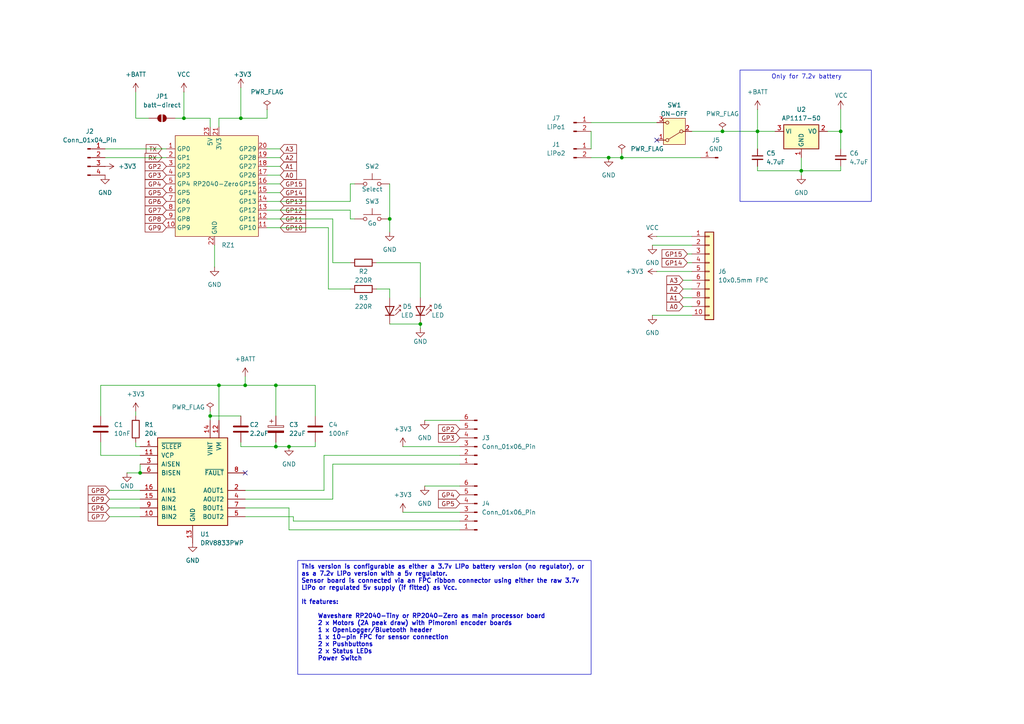
<source format=kicad_sch>
(kicad_sch (version 20250114) (generator "eeschema") (generator_version "9.0")
  (paper "A4")
  (lib_symbols
    (symbol "Connector:Conn_01x01_Pin" (pin_names (offset 1.016) (hide yes))
      (property "Reference" "J" (at 0 2.54 0))
      (property "Value" "Conn_01x01_Pin" (at 0 -2.54 0))
      (symbol "Conn_01x01_Pin_1_1"
        (rectangle (start 0.8636 0.127) (end 0 -0.127) (stroke (width 0.1524)) (fill (type outline)))
        (polyline (pts (xy 1.27 0) (xy 0.8636 0)) (stroke (width 0.1524)))
        (pin passive line (at 5.08 0 180) (length 3.81) (name "Pin_1") (number "1"))
      )
    )
    (symbol "Connector:Conn_01x02_Pin" (pin_names (offset 1.016) (hide yes))
      (property "Reference" "J" (at 0 2.54 0))
      (property "Value" "Conn_01x02_Pin" (at 0 -5.08 0))
      (symbol "Conn_01x02_Pin_1_1"
        (rectangle (start 0.8636 0.127) (end 0 -0.127) (stroke (width 0.1524)) (fill (type outline)))
        (rectangle (start 0.8636 -2.413) (end 0 -2.667) (stroke (width 0.1524)) (fill (type outline)))
        (polyline (pts (xy 1.27 0) (xy 0.8636 0)) (stroke (width 0.1524)))
        (polyline (pts (xy 1.27 -2.54) (xy 0.8636 -2.54)) (stroke (width 0.1524)))
        (pin passive line (at 5.08 0 180) (length 3.81) (name "Pin_1") (number "1"))
        (pin passive line (at 5.08 -2.54 180) (length 3.81) (name "Pin_2") (number "2"))
      )
    )
    (symbol "Connector:Conn_01x04_Pin" (pin_names (offset 1.016) (hide yes))
      (property "Reference" "J" (at 0 5.08 0))
      (property "Value" "Conn_01x04_Pin" (at 0 -7.62 0))
      (symbol "Conn_01x04_Pin_1_1"
        (rectangle (start 0.8636 2.667) (end 0 2.413) (stroke (width 0.1524)) (fill (type outline)))
        (rectangle (start 0.8636 0.127) (end 0 -0.127) (stroke (width 0.1524)) (fill (type outline)))
        (rectangle (start 0.8636 -2.413) (end 0 -2.667) (stroke (width 0.1524)) (fill (type outline)))
        (rectangle (start 0.8636 -4.953) (end 0 -5.207) (stroke (width 0.1524)) (fill (type outline)))
        (polyline (pts (xy 1.27 2.54) (xy 0.8636 2.54)) (stroke (width 0.1524)))
        (polyline (pts (xy 1.27 0) (xy 0.8636 0)) (stroke (width 0.1524)))
        (polyline (pts (xy 1.27 -2.54) (xy 0.8636 -2.54)) (stroke (width 0.1524)))
        (polyline (pts (xy 1.27 -5.08) (xy 0.8636 -5.08)) (stroke (width 0.1524)))
        (pin passive line (at 5.08 2.54 180) (length 3.81) (name "Pin_1") (number "1"))
        (pin passive line (at 5.08 0 180) (length 3.81) (name "Pin_2") (number "2"))
        (pin passive line (at 5.08 -2.54 180) (length 3.81) (name "Pin_3") (number "3"))
        (pin passive line (at 5.08 -5.08 180) (length 3.81) (name "Pin_4") (number "4"))
      )
    )
    (symbol "Connector:Conn_01x06_Pin" (pin_names (offset 1.016) (hide yes))
      (property "Reference" "J" (at 0 7.62 0))
      (property "Value" "Conn_01x06_Pin" (at 0 -10.16 0))
      (symbol "Conn_01x06_Pin_1_1"
        (rectangle (start 0.8636 5.207) (end 0 4.953) (stroke (width 0.1524)) (fill (type outline)))
        (rectangle (start 0.8636 2.667) (end 0 2.413) (stroke (width 0.1524)) (fill (type outline)))
        (rectangle (start 0.8636 0.127) (end 0 -0.127) (stroke (width 0.1524)) (fill (type outline)))
        (rectangle (start 0.8636 -2.413) (end 0 -2.667) (stroke (width 0.1524)) (fill (type outline)))
        (rectangle (start 0.8636 -4.953) (end 0 -5.207) (stroke (width 0.1524)) (fill (type outline)))
        (rectangle (start 0.8636 -7.493) (end 0 -7.747) (stroke (width 0.1524)) (fill (type outline)))
        (polyline (pts (xy 1.27 5.08) (xy 0.8636 5.08)) (stroke (width 0.1524)))
        (polyline (pts (xy 1.27 2.54) (xy 0.8636 2.54)) (stroke (width 0.1524)))
        (polyline (pts (xy 1.27 0) (xy 0.8636 0)) (stroke (width 0.1524)))
        (polyline (pts (xy 1.27 -2.54) (xy 0.8636 -2.54)) (stroke (width 0.1524)))
        (polyline (pts (xy 1.27 -5.08) (xy 0.8636 -5.08)) (stroke (width 0.1524)))
        (polyline (pts (xy 1.27 -7.62) (xy 0.8636 -7.62)) (stroke (width 0.1524)))
        (pin passive line (at 5.08 5.08 180) (length 3.81) (name "Pin_1") (number "1"))
        (pin passive line (at 5.08 2.54 180) (length 3.81) (name "Pin_2") (number "2"))
        (pin passive line (at 5.08 0 180) (length 3.81) (name "Pin_3") (number "3"))
        (pin passive line (at 5.08 -2.54 180) (length 3.81) (name "Pin_4") (number "4"))
        (pin passive line (at 5.08 -5.08 180) (length 3.81) (name "Pin_5") (number "5"))
        (pin passive line (at 5.08 -7.62 180) (length 3.81) (name "Pin_6") (number "6"))
      )
    )
    (symbol "Connector_Generic:Conn_01x10" (pin_names (offset 1.016) (hide yes))
      (property "Reference" "J" (at 0 12.7 0))
      (property "Value" "Conn_01x10" (at 0 -15.24 0))
      (symbol "Conn_01x10_1_1"
        (rectangle (start -1.27 11.43) (end 1.27 -13.97) (stroke (width 0.254)) (fill (type background)))
        (rectangle (start -1.27 10.287) (end 0 10.033) (stroke (width 0.1524)))
        (rectangle (start -1.27 7.747) (end 0 7.493) (stroke (width 0.1524)))
        (rectangle (start -1.27 5.207) (end 0 4.953) (stroke (width 0.1524)))
        (rectangle (start -1.27 2.667) (end 0 2.413) (stroke (width 0.1524)))
        (rectangle (start -1.27 0.127) (end 0 -0.127) (stroke (width 0.1524)))
        (rectangle (start -1.27 -2.413) (end 0 -2.667) (stroke (width 0.1524)))
        (rectangle (start -1.27 -4.953) (end 0 -5.207) (stroke (width 0.1524)))
        (rectangle (start -1.27 -7.493) (end 0 -7.747) (stroke (width 0.1524)))
        (rectangle (start -1.27 -10.033) (end 0 -10.287) (stroke (width 0.1524)))
        (rectangle (start -1.27 -12.573) (end 0 -12.827) (stroke (width 0.1524)))
        (pin passive line (at -5.08 10.16 0) (length 3.81) (name "Pin_1") (number "1"))
        (pin passive line (at -5.08 7.62 0) (length 3.81) (name "Pin_2") (number "2"))
        (pin passive line (at -5.08 5.08 0) (length 3.81) (name "Pin_3") (number "3"))
        (pin passive line (at -5.08 2.54 0) (length 3.81) (name "Pin_4") (number "4"))
        (pin passive line (at -5.08 0 0) (length 3.81) (name "Pin_5") (number "5"))
        (pin passive line (at -5.08 -2.54 0) (length 3.81) (name "Pin_6") (number "6"))
        (pin passive line (at -5.08 -5.08 0) (length 3.81) (name "Pin_7") (number "7"))
        (pin passive line (at -5.08 -7.62 0) (length 3.81) (name "Pin_8") (number "8"))
        (pin passive line (at -5.08 -10.16 0) (length 3.81) (name "Pin_9") (number "9"))
        (pin passive line (at -5.08 -12.7 0) (length 3.81) (name "Pin_10") (number "10"))
      )
    )
    (symbol "Device:C" (pin_numbers (hide yes)) (pin_names (offset 0.254))
      (property "Reference" "C" (at 0.635 2.54 0))
      (property "Value" "C" (at 0.635 -2.54 0))
      (symbol "C_0_1"
        (polyline (pts (xy -2.032 0.762) (xy 2.032 0.762)) (stroke (width 0.508)))
        (polyline (pts (xy -2.032 -0.762) (xy 2.032 -0.762)) (stroke (width 0.508)))
      )
      (symbol "C_1_1"
        (pin passive line (at 0 3.81 270) (length 2.794) (name "~") (number "1"))
        (pin passive line (at 0 -3.81 90) (length 2.794) (name "~") (number "2"))
      )
    )
    (symbol "Device:C_Polarized" (pin_numbers (hide yes)) (pin_names (offset 0.254))
      (property "Reference" "C" (at 0.635 2.54 0))
      (property "Value" "C_Polarized" (at 0.635 -2.54 0))
      (symbol "C_Polarized_0_1"
        (rectangle (start -2.286 0.508) (end 2.286 1.016))
        (polyline (pts (xy -1.778 2.286) (xy -0.762 2.286)))
        (polyline (pts (xy -1.27 2.794) (xy -1.27 1.778)))
        (rectangle (start 2.286 -0.508) (end -2.286 -1.016) (fill (type outline)))
      )
      (symbol "C_Polarized_1_1"
        (pin passive line (at 0 3.81 270) (length 2.794) (name "~") (number "1"))
        (pin passive line (at 0 -3.81 90) (length 2.794) (name "~") (number "2"))
      )
    )
    (symbol "Device:C_Small" (pin_numbers (hide yes)) (pin_names (offset 0.254) (hide yes))
      (property "Reference" "C" (at 0.254 1.778 0))
      (property "Value" "C_Small" (at 0.254 -2.032 0))
      (symbol "C_Small_0_1"
        (polyline (pts (xy -1.524 0.508) (xy 1.524 0.508)) (stroke (width 0.3048)))
        (polyline (pts (xy -1.524 -0.508) (xy 1.524 -0.508)) (stroke (width 0.3302)))
      )
      (symbol "C_Small_1_1"
        (pin passive line (at 0 2.54 270) (length 2.032) (name "~") (number "1"))
        (pin passive line (at 0 -2.54 90) (length 2.032) (name "~") (number "2"))
      )
    )
    (symbol "Device:R" (pin_numbers (hide yes)) (pin_names (offset 0))
      (property "Reference" "R" (at 2.032 0 90))
      (property "Value" "R" (at 0 0 90))
      (symbol "R_0_1"
        (rectangle (start -1.016 -2.54) (end 1.016 2.54) (stroke (width 0.254)))
      )
      (symbol "R_1_1"
        (pin passive line (at 0 3.81 270) (length 1.27) (name "~") (number "1"))
        (pin passive line (at 0 -3.81 90) (length 1.27) (name "~") (number "2"))
      )
    )
    (symbol "Driver_Motor:DRV8833PWP" (pin_names (offset 1.016))
      (property "Reference" "U" (at -3.81 16.51 0))
      (property "Value" "DRV8833PWP" (at -3.81 13.97 0))
      (symbol "DRV8833PWP_0_1"
        (rectangle (start -10.16 12.7) (end 10.16 -12.7) (stroke (width 0.254)) (fill (type background)))
      )
      (symbol "DRV8833PWP_1_1"
        (pin input line (at -15.24 10.16 0) (length 5.08) (name "~{SLEEP}") (number "1"))
        (pin bidirectional line (at -15.24 7.62 0) (length 5.08) (name "VCP") (number "11"))
        (pin bidirectional line (at -15.24 5.08 0) (length 5.08) (name "AISEN") (number "3"))
        (pin bidirectional line (at -15.24 2.54 0) (length 5.08) (name "BISEN") (number "6"))
        (pin input line (at -15.24 -2.54 0) (length 5.08) (name "AIN1") (number "16"))
        (pin input line (at -15.24 -5.08 0) (length 5.08) (name "AIN2") (number "15"))
        (pin input line (at -15.24 -7.62 0) (length 5.08) (name "BIN1") (number "9"))
        (pin input line (at -15.24 -10.16 0) (length 5.08) (name "BIN2") (number "10"))
        (pin power_in line (at 0 -17.78 90) (length 5.08) (name "GND") (number "13"))
        (pin passive line (at 0 -17.78 90) (length 5.08) (hide yes) (name "GND") (number "17"))
        (pin power_in line (at 5.08 17.78 270) (length 5.08) (name "VINT") (number "14"))
        (pin power_in line (at 7.62 17.78 270) (length 5.08) (name "VM") (number "12"))
        (pin open_collector line (at 15.24 2.54 180) (length 5.08) (name "~{FAULT}") (number "8"))
        (pin power_out line (at 15.24 -2.54 180) (length 5.08) (name "AOUT1") (number "2"))
        (pin power_out line (at 15.24 -5.08 180) (length 5.08) (name "AOUT2") (number "4"))
        (pin power_out line (at 15.24 -7.62 180) (length 5.08) (name "BOUT1") (number "7"))
        (pin power_out line (at 15.24 -10.16 180) (length 5.08) (name "BOUT2") (number "5"))
      )
    )
    (symbol "Jumper:SolderJumper_2_Open" (pin_numbers (hide yes)) (pin_names (offset 0) (hide yes)) (in_bom no)
      (property "Reference" "JP" (at 0 2.032 0))
      (property "Value" "SolderJumper_2_Open" (at 0 -2.54 0))
      (symbol "SolderJumper_2_Open_0_1"
        (polyline (pts (xy -0.254 1.016) (xy -0.254 -1.016)))
        (arc (start -0.254 -1.016) (mid -1.2656 0) (end -0.254 1.016))
        (arc (start -0.254 -1.016) (mid -1.2656 0) (end -0.254 1.016) (fill (type outline)))
        (arc (start 0.254 1.016) (mid 1.2656 0) (end 0.254 -1.016))
        (arc (start 0.254 1.016) (mid 1.2656 0) (end 0.254 -1.016) (fill (type outline)))
        (polyline (pts (xy 0.254 1.016) (xy 0.254 -1.016)))
      )
      (symbol "SolderJumper_2_Open_1_1"
        (pin passive line (at -3.81 0 0) (length 2.54) (name "A") (number "1"))
        (pin passive line (at 3.81 0 180) (length 2.54) (name "B") (number "2"))
      )
    )
    (symbol "LED:SFH4346" (pin_numbers (hide yes)) (pin_names (offset 1.016) (hide yes))
      (property "Reference" "D" (at 0.508 1.778 0))
      (property "Value" "SFH4346" (at -1.016 -2.794 0))
      (symbol "SFH4346_0_1"
        (polyline (pts (xy -2.54 1.27) (xy -2.54 -1.27)) (stroke (width 0.254)))
        (polyline (pts (xy -2.413 1.651) (xy -0.889 3.175) (xy -0.889 2.667) (xy -0.889 3.175) (xy -1.397 3.175)))
        (polyline (pts (xy -1.143 1.651) (xy 0.381 3.175) (xy 0.381 2.667)))
        (polyline (pts (xy 0 1.27) (xy -2.54 0) (xy 0 -1.27) (xy 0 1.27)) (stroke (width 0.254)))
        (polyline (pts (xy 0 0) (xy -2.54 0)))
        (polyline (pts (xy 0.381 3.175) (xy -0.127 3.175)))
      )
      (symbol "SFH4346_1_1"
        (pin passive line (at -5.08 0 0) (length 2.54) (name "K") (number "1"))
        (pin passive line (at 2.54 0 180) (length 2.54) (name "A") (number "2"))
      )
    )
    (symbol "Regulator_Linear:AP1117-50"
      (property "Reference" "U" (at -3.81 3.175 0))
      (property "Value" "AP1117-50" (at 0 3.175 0))
      (symbol "AP1117-50_0_1"
        (rectangle (start -5.08 -5.08) (end 5.08 1.905) (stroke (width 0.254)) (fill (type background)))
      )
      (symbol "AP1117-50_1_1"
        (pin power_in line (at -7.62 0 0) (length 2.54) (name "VI") (number "3"))
        (pin power_in line (at 0 -7.62 90) (length 2.54) (name "GND") (number "1"))
        (pin power_out line (at 7.62 0 180) (length 2.54) (name "VO") (number "2"))
      )
    )
    (symbol "Switch:SW_Push" (pin_numbers (hide yes)) (pin_names (offset 1.016) (hide yes))
      (property "Reference" "SW" (at 1.27 2.54 0))
      (property "Value" "SW_Push" (at 0 -1.524 0))
      (symbol "SW_Push_0_1"
        (circle (center -2.032 0) (radius 0.508))
        (polyline (pts (xy 0 1.27) (xy 0 3.048)))
        (circle (center 2.032 0) (radius 0.508))
        (polyline (pts (xy 2.54 1.27) (xy -2.54 1.27)))
        (pin passive line (at -5.08 0 0) (length 2.54) (name "1") (number "1"))
        (pin passive line (at 5.08 0 180) (length 2.54) (name "2") (number "2"))
      )
    )
    (symbol "Switch:SW_SPDT" (pin_names (offset 0) (hide yes))
      (property "Reference" "SW" (at 0 5.08 0))
      (property "Value" "SW_SPDT" (at 0 -5.08 0))
      (symbol "SW_SPDT_0_1"
        (circle (center -2.032 0) (radius 0.4572))
        (polyline (pts (xy -1.651 0.254) (xy 1.651 2.286)))
        (circle (center 2.032 2.54) (radius 0.4572))
        (circle (center 2.032 -2.54) (radius 0.4572))
      )
      (symbol "SW_SPDT_1_1"
        (rectangle (start -3.175 3.81) (end 3.175 -3.81) (fill (type background)))
        (pin passive line (at -5.08 0 0) (length 2.54) (name "B") (number "2"))
        (pin passive line (at 5.08 2.54 180) (length 2.54) (name "A") (number "1"))
        (pin passive line (at 5.08 -2.54 180) (length 2.54) (name "C") (number "3"))
      )
    )
    (symbol "power:+3.3V" (power) (pin_numbers (hide yes)) (pin_names (offset 0) (hide yes))
      (property "Value" "+3.3V" (at 0 3.556 0))
      (symbol "+3.3V_0_1"
        (polyline (pts (xy -0.762 1.27) (xy 0 2.54)))
        (polyline (pts (xy 0 2.54) (xy 0.762 1.27)))
        (polyline (pts (xy 0 0) (xy 0 2.54)))
      )
      (symbol "+3.3V_1_1"
        (pin power_in line (at 0 0 90) (length 0) (name "~") (number "1"))
      )
    )
    (symbol "power:+3V3" (power) (pin_numbers (hide yes)) (pin_names (offset 0) (hide yes))
      (property "Value" "+3V3" (at 0 3.556 0))
      (symbol "+3V3_0_1"
        (polyline (pts (xy -0.762 1.27) (xy 0 2.54)))
        (polyline (pts (xy 0 2.54) (xy 0.762 1.27)))
        (polyline (pts (xy 0 0) (xy 0 2.54)))
      )
      (symbol "+3V3_1_1"
        (pin power_in line (at 0 0 90) (length 0) (name "~") (number "1"))
      )
    )
    (symbol "power:+BATT" (power) (pin_numbers (hide yes)) (pin_names (offset 0) (hide yes))
      (property "Value" "+BATT" (at 0 3.556 0))
      (symbol "+BATT_0_1"
        (polyline (pts (xy -0.762 1.27) (xy 0 2.54)))
        (polyline (pts (xy 0 2.54) (xy 0.762 1.27)))
        (polyline (pts (xy 0 0) (xy 0 2.54)))
      )
      (symbol "+BATT_1_1"
        (pin power_in line (at 0 0 90) (length 0) (name "~") (number "1"))
      )
    )
    (symbol "power:GND" (power) (pin_numbers (hide yes)) (pin_names (offset 0) (hide yes))
      (property "Value" "GND" (at 0 -3.81 0))
      (symbol "GND_0_1"
        (polyline (pts (xy 0 0) (xy 0 -1.27) (xy 1.27 -1.27) (xy 0 -2.54) (xy -1.27 -1.27) (xy 0 -1.27)))
      )
      (symbol "GND_1_1"
        (pin power_in line (at 0 0 270) (length 0) (name "~") (number "1"))
      )
    )
    (symbol "power:PWR_FLAG" (power) (pin_numbers (hide yes)) (pin_names (offset 0) (hide yes))
      (property "Value" "PWR_FLAG" (at 0 3.81 0))
      (symbol "PWR_FLAG_0_0"
        (pin power_out line (at 0 0 90) (length 0) (name "~") (number "1"))
      )
      (symbol "PWR_FLAG_0_1"
        (polyline (pts (xy 0 0) (xy 0 1.27) (xy -1.016 1.905) (xy 0 2.54) (xy 1.016 1.905) (xy 0 1.27)))
      )
    )
    (symbol "power:VCC" (power) (pin_numbers (hide yes)) (pin_names (offset 0) (hide yes))
      (property "Value" "VCC" (at 0 3.556 0))
      (symbol "VCC_0_1"
        (polyline (pts (xy -0.762 1.27) (xy 0 2.54)))
        (polyline (pts (xy 0 2.54) (xy 0.762 1.27)))
        (polyline (pts (xy 0 0) (xy 0 2.54)))
      )
      (symbol "VCC_1_1"
        (pin power_in line (at 0 0 90) (length 0) (name "~") (number "1"))
      )
    )
    (symbol "rp2040-zero:RP2040-Zero"
      (property "Reference" "RZ" (at 0 0 0))
      (property "Value" "RP2040-Zero" (at 0 -2.54 0))
      (property "Footprint" "RP2040-Zero:RP2040-Zero" (at 0 0 0))
      (symbol "RP2040-Zero_0_1"
        (rectangle (start -11.43 -15.24) (end 12.7 13.97) (fill (type background)))
      )
      (symbol "RP2040-Zero_1_1"
        (pin bidirectional line (at -13.97 10.16 0) (length 2.54) (name "GP0") (number "1"))
        (pin bidirectional line (at -13.97 7.62 0) (length 2.54) (name "GP1") (number "2"))
        (pin bidirectional line (at -13.97 5.08 0) (length 2.54) (name "GP2") (number "3"))
        (pin bidirectional line (at -13.97 2.54 0) (length 2.54) (name "GP3") (number "4"))
        (pin bidirectional line (at -13.97 0 0) (length 2.54) (name "GP4") (number "5"))
        (pin bidirectional line (at -13.97 -2.54 0) (length 2.54) (name "GP5") (number "6"))
        (pin bidirectional line (at -13.97 -5.08 0) (length 2.54) (name "GP6") (number "7"))
        (pin bidirectional line (at -13.97 -7.62 0) (length 2.54) (name "GP7") (number "8"))
        (pin bidirectional line (at -13.97 -10.16 0) (length 2.54) (name "GP8") (number "9"))
        (pin bidirectional line (at -13.97 -12.7 0) (length 2.54) (name "GP9") (number "10"))
        (pin power_in line (at -1.27 16.51 270) (length 2.54) (name "5V") (number "23"))
        (pin power_in line (at 0 -17.78 90) (length 2.54) (name "GND") (number "22"))
        (pin power_in line (at 1.27 16.51 270) (length 2.54) (name "3V3") (number "21"))
        (pin bidirectional line (at 15.24 10.16 180) (length 2.54) (name "GP29") (number "20"))
        (pin bidirectional line (at 15.24 7.62 180) (length 2.54) (name "GP28") (number "19"))
        (pin bidirectional line (at 15.24 5.08 180) (length 2.54) (name "GP27") (number "18"))
        (pin bidirectional line (at 15.24 2.54 180) (length 2.54) (name "GP26") (number "17"))
        (pin bidirectional line (at 15.24 0 180) (length 2.54) (name "GP15") (number "16"))
        (pin bidirectional line (at 15.24 -2.54 180) (length 2.54) (name "GP14") (number "15"))
        (pin bidirectional line (at 15.24 -5.08 180) (length 2.54) (name "GP13") (number "14"))
        (pin bidirectional line (at 15.24 -7.62 180) (length 2.54) (name "GP12") (number "13"))
        (pin bidirectional line (at 15.24 -10.16 180) (length 2.54) (name "GP11") (number "12"))
        (pin bidirectional line (at 15.24 -12.7 180) (length 2.54) (name "GP10") (number "11"))
      )
    )
  )
  (rectangle (start 214.63 20.32) (end 252.73 58.42))
  (text "Only for 7.2v battery" (at 233.934 22.352 0) (effects (font (size 1.27 1.27))))
  (text_box "This version is configurable as either a 3.7v LiPo battery version (no regulator), or\nas a 7.2v LiPo version with a 5v regulator. \nSensor board is connected via an FPC ribbon connector using either the raw 3.7v LiPo or regulated 5v supply (if fitted) as Vcc.\n\nIt features: \n\n	Waveshare RP2040-Tiny or RP2040-Zero as main processor board\n	2 x Motors (2A peak draw) with Pimoroni encoder boards \n	1 x OpenLogger/Bluetooth header\n	1 x 10-pin FPC for sensor connection\n	2 x Pushbuttons\n	2 x Status LEDs\n	Power Switch" (exclude_from_sim yes) (at 86.36 162.56 0) (size 85.09 33.02) (margins 0.9525 0.9525 0.9525 0.9525) (effects (font (size 1.27 1.27) (thickness 0.254) (bold yes)) (justify left top)))
  (junction (at 176.53 45.72))
  (junction (at 53.34 34.29))
  (junction (at 80.01 111.76))
  (junction (at 219.71 38.1))
  (junction (at 80.01 129.54))
  (junction (at 113.03 63.5))
  (junction (at 121.92 93.98))
  (junction (at 71.12 111.76))
  (junction (at 232.41 49.53))
  (junction (at 209.55 38.1))
  (junction (at 243.84 38.1))
  (junction (at 69.85 34.29))
  (junction (at 83.82 129.54))
  (junction (at 63.5 111.76))
  (junction (at 60.96 120.65))
  (junction (at 180.34 45.72))
  (junction (at 40.64 137.16))
  (no_connect (at 190.5 40.64))
  (no_connect (at 71.12 137.16))
  (wire (pts (xy 189.23 71.12) (xy 200.66 71.12)))
  (wire (pts (xy 39.37 26.67) (xy 39.37 34.29)))
  (wire (pts (xy 95.25 66.04) (xy 95.25 83.82)))
  (wire (pts (xy 93.98 142.24) (xy 71.12 142.24)))
  (wire (pts (xy 63.5 111.76) (xy 63.5 121.92)))
  (wire (pts (xy 190.5 68.58) (xy 200.66 68.58)))
  (wire (pts (xy 77.47 34.29) (xy 69.85 34.29)))
  (wire (pts (xy 113.03 53.34) (xy 113.03 63.5)))
  (wire (pts (xy 39.37 119.38) (xy 39.37 120.65)))
  (wire (pts (xy 77.47 55.88) (xy 81.28 55.88)))
  (wire (pts (xy 96.52 144.78) (xy 96.52 134.62)))
  (wire (pts (xy 219.71 31.75) (xy 219.71 38.1)))
  (wire (pts (xy 83.82 129.54) (xy 91.44 129.54)))
  (wire (pts (xy 243.84 31.75) (xy 243.84 38.1)))
  (wire (pts (xy 29.21 132.08) (xy 40.64 132.08)))
  (wire (pts (xy 39.37 34.29) (xy 43.18 34.29)))
  (wire (pts (xy 80.01 129.54) (xy 83.82 129.54)))
  (wire (pts (xy 199.39 76.2) (xy 200.66 76.2)))
  (wire (pts (xy 232.41 49.53) (xy 243.84 49.53)))
  (wire (pts (xy 232.41 50.8) (xy 232.41 49.53)))
  (wire (pts (xy 123.19 140.97) (xy 133.35 140.97)))
  (wire (pts (xy 80.01 111.76) (xy 91.44 111.76)))
  (wire (pts (xy 62.23 77.47) (xy 62.23 71.12)))
  (wire (pts (xy 171.45 35.56) (xy 190.5 35.56)))
  (wire (pts (xy 101.6 63.5) (xy 101.6 60.96)))
  (wire (pts (xy 60.96 120.65) (xy 69.85 120.65)))
  (wire (pts (xy 71.12 111.76) (xy 80.01 111.76)))
  (wire (pts (xy 243.84 48.26) (xy 243.84 49.53)))
  (wire (pts (xy 93.98 132.08) (xy 93.98 142.24)))
  (wire (pts (xy 209.55 38.1) (xy 219.71 38.1)))
  (wire (pts (xy 199.39 73.66) (xy 200.66 73.66)))
  (wire (pts (xy 69.85 25.4) (xy 69.85 34.29)))
  (wire (pts (xy 69.85 128.27) (xy 69.85 129.54)))
  (wire (pts (xy 198.12 88.9) (xy 200.66 88.9)))
  (wire (pts (xy 101.6 60.96) (xy 77.47 60.96)))
  (wire (pts (xy 219.71 38.1) (xy 219.71 43.18)))
  (wire (pts (xy 95.25 66.04) (xy 77.47 66.04)))
  (wire (pts (xy 113.03 93.98) (xy 121.92 93.98)))
  (wire (pts (xy 60.96 119.38) (xy 60.96 120.65)))
  (wire (pts (xy 29.21 128.27) (xy 29.21 132.08)))
  (wire (pts (xy 101.6 53.34) (xy 101.6 58.42)))
  (wire (pts (xy 113.03 63.5) (xy 113.03 67.31)))
  (wire (pts (xy 71.12 109.22) (xy 71.12 111.76)))
  (wire (pts (xy 176.53 45.72) (xy 180.34 45.72)))
  (wire (pts (xy 83.82 147.32) (xy 83.82 153.67)))
  (wire (pts (xy 109.22 83.82) (xy 113.03 83.82)))
  (wire (pts (xy 80.01 111.76) (xy 80.01 120.65)))
  (wire (pts (xy 198.12 86.36) (xy 200.66 86.36)))
  (wire (pts (xy 30.48 43.18) (xy 48.26 43.18)))
  (wire (pts (xy 91.44 111.76) (xy 91.44 120.65)))
  (wire (pts (xy 121.92 93.98) (xy 121.92 95.25)))
  (wire (pts (xy 63.5 111.76) (xy 71.12 111.76)))
  (wire (pts (xy 80.01 128.27) (xy 80.01 129.54)))
  (wire (pts (xy 77.47 31.75) (xy 77.47 34.29)))
  (wire (pts (xy 30.48 45.72) (xy 48.26 45.72)))
  (wire (pts (xy 116.84 129.54) (xy 133.35 129.54)))
  (wire (pts (xy 53.34 34.29) (xy 60.96 34.29)))
  (wire (pts (xy 71.12 147.32) (xy 83.82 147.32)))
  (wire (pts (xy 96.52 63.5) (xy 96.52 76.2)))
  (wire (pts (xy 50.8 34.29) (xy 53.34 34.29)))
  (wire (pts (xy 190.5 78.74) (xy 200.66 78.74)))
  (wire (pts (xy 29.21 111.76) (xy 63.5 111.76)))
  (wire (pts (xy 101.6 58.42) (xy 77.47 58.42)))
  (wire (pts (xy 77.47 45.72) (xy 81.28 45.72)))
  (wire (pts (xy 95.25 83.82) (xy 101.6 83.82)))
  (wire (pts (xy 60.96 34.29) (xy 60.96 36.83)))
  (wire (pts (xy 36.83 137.16) (xy 40.64 137.16)))
  (wire (pts (xy 69.85 34.29) (xy 63.5 34.29)))
  (wire (pts (xy 60.96 120.65) (xy 60.96 121.92)))
  (wire (pts (xy 85.09 151.13) (xy 133.35 151.13)))
  (wire (pts (xy 77.47 43.18) (xy 81.28 43.18)))
  (wire (pts (xy 198.12 83.82) (xy 200.66 83.82)))
  (wire (pts (xy 93.98 132.08) (xy 133.35 132.08)))
  (wire (pts (xy 63.5 34.29) (xy 63.5 36.83)))
  (wire (pts (xy 116.84 148.59) (xy 133.35 148.59)))
  (wire (pts (xy 198.12 81.28) (xy 200.66 81.28)))
  (wire (pts (xy 113.03 83.82) (xy 113.03 86.36)))
  (wire (pts (xy 77.47 50.8) (xy 81.28 50.8)))
  (wire (pts (xy 31.75 142.24) (xy 40.64 142.24)))
  (wire (pts (xy 123.19 121.92) (xy 133.35 121.92)))
  (wire (pts (xy 96.52 76.2) (xy 101.6 76.2)))
  (wire (pts (xy 171.45 38.1) (xy 171.45 43.18)))
  (wire (pts (xy 69.85 129.54) (xy 80.01 129.54)))
  (wire (pts (xy 219.71 49.53) (xy 232.41 49.53)))
  (wire (pts (xy 77.47 48.26) (xy 81.28 48.26)))
  (wire (pts (xy 240.03 38.1) (xy 243.84 38.1)))
  (wire (pts (xy 31.75 144.78) (xy 40.64 144.78)))
  (wire (pts (xy 101.6 63.5) (xy 102.87 63.5)))
  (wire (pts (xy 101.6 53.34) (xy 102.87 53.34)))
  (wire (pts (xy 39.37 129.54) (xy 40.64 129.54)))
  (wire (pts (xy 85.09 151.13) (xy 85.09 149.86)))
  (wire (pts (xy 29.21 120.65) (xy 29.21 111.76)))
  (wire (pts (xy 180.34 45.72) (xy 180.34 44.45)))
  (wire (pts (xy 83.82 153.67) (xy 133.35 153.67)))
  (wire (pts (xy 219.71 38.1) (xy 224.79 38.1)))
  (wire (pts (xy 53.34 26.67) (xy 53.34 34.29)))
  (wire (pts (xy 40.64 134.62) (xy 40.64 137.16)))
  (wire (pts (xy 71.12 144.78) (xy 96.52 144.78)))
  (wire (pts (xy 39.37 128.27) (xy 39.37 129.54)))
  (wire (pts (xy 176.53 45.72) (xy 171.45 45.72)))
  (wire (pts (xy 31.75 149.86) (xy 40.64 149.86)))
  (wire (pts (xy 91.44 129.54) (xy 91.44 128.27)))
  (wire (pts (xy 96.52 63.5) (xy 77.47 63.5)))
  (wire (pts (xy 243.84 38.1) (xy 243.84 43.18)))
  (wire (pts (xy 96.52 134.62) (xy 133.35 134.62)))
  (wire (pts (xy 189.23 91.44) (xy 200.66 91.44)))
  (wire (pts (xy 85.09 149.86) (xy 71.12 149.86)))
  (wire (pts (xy 219.71 48.26) (xy 219.71 49.53)))
  (wire (pts (xy 180.34 45.72) (xy 203.2 45.72)))
  (wire (pts (xy 77.47 53.34) (xy 81.28 53.34)))
  (wire (pts (xy 109.22 76.2) (xy 121.92 76.2)))
  (wire (pts (xy 200.66 38.1) (xy 209.55 38.1)))
  (wire (pts (xy 121.92 76.2) (xy 121.92 86.36)))
  (wire (pts (xy 31.75 147.32) (xy 40.64 147.32)))
  (wire (pts (xy 232.41 45.72) (xy 232.41 49.53)))
  (global_label "GP5" (shape input) (at 133.35 146.05 180) (property "Intersheetrefs" "${INTERSHEET_REFS}" (effects (hide yes))))
  (global_label "GP5" (shape input) (at 48.26 55.88 180) (property "Intersheetrefs" "${INTERSHEET_REFS}" (effects (hide yes))))
  (global_label "GP6" (shape input) (at 48.26 58.42 180) (property "Intersheetrefs" "${INTERSHEET_REFS}" (effects (hide yes))))
  (global_label "GP4" (shape input) (at 48.26 53.34 180) (property "Intersheetrefs" "${INTERSHEET_REFS}" (effects (hide yes))))
  (global_label "RX" (shape input) (at 46.99 45.72 180) (property "Intersheetrefs" "${INTERSHEET_REFS}" (effects (hide yes))))
  (global_label "A2" (shape input) (at 81.28 45.72 0) (property "Intersheetrefs" "${INTERSHEET_REFS}" (effects (hide yes))))
  (global_label "A0" (shape input) (at 81.28 50.8 0) (property "Intersheetrefs" "${INTERSHEET_REFS}" (effects (hide yes))))
  (global_label "GP15" (shape input) (at 81.28 53.34 0) (property "Intersheetrefs" "${INTERSHEET_REFS}" (effects (hide yes))))
  (global_label "GP11" (shape input) (at 81.28 63.5 0) (property "Intersheetrefs" "${INTERSHEET_REFS}" (effects (hide yes))))
  (global_label "A2" (shape input) (at 198.12 83.82 180) (property "Intersheetrefs" "${INTERSHEET_REFS}" (effects (hide yes))))
  (global_label "A1" (shape input) (at 198.12 86.36 180) (property "Intersheetrefs" "${INTERSHEET_REFS}" (effects (hide yes))))
  (global_label "GP2" (shape input) (at 133.35 124.46 180) (property "Intersheetrefs" "${INTERSHEET_REFS}" (effects (hide yes))))
  (global_label "GP2" (shape input) (at 48.26 48.26 180) (property "Intersheetrefs" "${INTERSHEET_REFS}" (effects (hide yes))))
  (global_label "GP14" (shape input) (at 81.28 55.88 0) (property "Intersheetrefs" "${INTERSHEET_REFS}" (effects (hide yes))))
  (global_label "GP9" (shape input) (at 31.75 144.78 180) (property "Intersheetrefs" "${INTERSHEET_REFS}" (effects (hide yes))))
  (global_label "GP3" (shape input) (at 133.35 127 180) (property "Intersheetrefs" "${INTERSHEET_REFS}" (effects (hide yes))))
  (global_label "GP9" (shape input) (at 48.26 66.04 180) (property "Intersheetrefs" "${INTERSHEET_REFS}" (effects (hide yes))))
  (global_label "TX" (shape input) (at 46.99 43.18 180) (property "Intersheetrefs" "${INTERSHEET_REFS}" (effects (hide yes))))
  (global_label "A3" (shape input) (at 81.28 43.18 0) (property "Intersheetrefs" "${INTERSHEET_REFS}" (effects (hide yes))))
  (global_label "GP12" (shape input) (at 81.28 60.96 0) (property "Intersheetrefs" "${INTERSHEET_REFS}" (effects (hide yes))))
  (global_label "A1" (shape input) (at 81.28 48.26 0) (property "Intersheetrefs" "${INTERSHEET_REFS}" (effects (hide yes))))
  (global_label "GP13" (shape input) (at 81.28 58.42 0) (property "Intersheetrefs" "${INTERSHEET_REFS}" (effects (hide yes))))
  (global_label "GP7" (shape input) (at 48.26 60.96 180) (property "Intersheetrefs" "${INTERSHEET_REFS}" (effects (hide yes))))
  (global_label "GP6" (shape input) (at 31.75 147.32 180) (property "Intersheetrefs" "${INTERSHEET_REFS}" (effects (hide yes))))
  (global_label "GP7" (shape input) (at 31.75 149.86 180) (property "Intersheetrefs" "${INTERSHEET_REFS}" (effects (hide yes))))
  (global_label "GP10" (shape input) (at 81.28 66.04 0) (property "Intersheetrefs" "${INTERSHEET_REFS}" (effects (hide yes))))
  (global_label "GP8" (shape input) (at 48.26 63.5 180) (property "Intersheetrefs" "${INTERSHEET_REFS}" (effects (hide yes))))
  (global_label "A0" (shape input) (at 198.12 88.9 180) (property "Intersheetrefs" "${INTERSHEET_REFS}" (effects (hide yes))))
  (global_label "GP8" (shape input) (at 31.75 142.24 180) (property "Intersheetrefs" "${INTERSHEET_REFS}" (effects (hide yes))))
  (global_label "GP15" (shape input) (at 199.39 73.66 180) (property "Intersheetrefs" "${INTERSHEET_REFS}" (effects (hide yes))))
  (global_label "GP14" (shape input) (at 199.39 76.2 180) (property "Intersheetrefs" "${INTERSHEET_REFS}" (effects (hide yes))))
  (global_label "GP4" (shape input) (at 133.35 143.51 180) (property "Intersheetrefs" "${INTERSHEET_REFS}" (effects (hide yes))))
  (global_label "GP3" (shape input) (at 48.26 50.8 180) (property "Intersheetrefs" "${INTERSHEET_REFS}" (effects (hide yes))))
  (global_label "A3" (shape input) (at 198.12 81.28 180) (property "Intersheetrefs" "${INTERSHEET_REFS}" (effects (hide yes))))
  (symbol (lib_id "Switch:SW_Push") (at 107.95 53.34 0) (unit 1)
    (property "Reference" "SW2" (at 107.95 48.26 0))
    (property "Value" "Select" (at 107.95 54.864 0))
    (property "Footprint" "Button_Switch_SMD:SW_SPST_CK_RS282G05A3" (effects (hide yes)))
    (property "Description" "Push button switch, generic, two pins" (effects (hide yes)))
  )
  (symbol (lib_id "power:GND") (at 189.23 91.44 0) (unit 1)
    (property "Reference" "#PWR026" (effects (hide yes)))
    (property "Value" "GND" (at 189.23 96.52 0))
    (property "Description" "Power symbol creates a global label with name \"GND\" , ground" (effects (hide yes)))
  )
  (symbol (lib_id "Driver_Motor:DRV8833PWP") (at 55.88 139.7 0) (unit 1)
    (property "Reference" "U1" (at 58.0741 154.94 0) (effects (justify left)))
    (property "Value" "DRV8833PWP" (at 58.0741 157.48 0) (effects (justify left)))
    (property "Footprint" "MyMotorDrivers:HTSSOP-16-1EP_4.4x5mm_P0.65mm_EP3.4x5mm_Mask2.46x2.31mm_ThermalVias_Large" (effects (hide yes)))
    (property "Datasheet" "http://www.ti.com/lit/ds/symlink/drv8833.pdf" (effects (hide yes)))
    (property "Description" "Dual H-Bridge Motor Driver, HTSSOP-16" (effects (hide yes)))
  )
  (symbol (lib_id "power:GND") (at 83.82 129.54 0) (unit 1)
    (property "Reference" "#PWR05" (effects (hide yes)))
    (property "Value" "GND" (at 83.82 134.62 0))
    (property "Description" "Power symbol creates a global label with name \"GND\" , ground" (effects (hide yes)))
  )
  (symbol (lib_id "power:VCC") (at 53.34 26.67 0) (unit 1)
    (property "Reference" "#PWR011" (effects (hide yes)))
    (property "Value" "VCC" (at 53.34 21.59 0))
    (property "Description" "Power symbol creates a global label with name \"VCC\"" (effects (hide yes)))
  )
  (symbol (lib_id "power:GND") (at 55.88 157.48 0) (unit 1)
    (property "Reference" "#PWR03" (effects (hide yes)))
    (property "Value" "GND" (at 55.88 162.56 0))
    (property "Description" "Power symbol creates a global label with name \"GND\" , ground" (effects (hide yes)))
  )
  (symbol (lib_id "LED:SFH4346") (at 121.92 88.9 270) (mirror x) (unit 1)
    (property "Reference" "D6" (at 127 88.9 90))
    (property "Value" "LED" (at 127 91.44 90))
    (property "Footprint" "LED_SMD:LED_1206_3216Metric" (effects (hide yes)))
    (property "Datasheet" "http://cdn-reichelt.de/documents/datenblatt/A500/SFH4346.pdf" (effects (hide yes)))
    (property "Description" "Infrared LED , 3mm LED package" (effects (hide yes)))
  )
  (symbol (lib_id "power:+3V3") (at 116.84 129.54 0) (unit 1)
    (property "Reference" "#PWR012" (effects (hide yes)))
    (property "Value" "+3V3" (at 116.84 124.46 0))
    (property "Description" "Power symbol creates a global label with name \"+3V3\"" (effects (hide yes)))
  )
  (symbol (lib_id "Connector:Conn_01x01_Pin") (at 208.28 45.72 180) (unit 1)
    (property "Reference" "J5" (at 207.645 40.64 0))
    (property "Value" "GND" (at 207.645 43.18 0))
    (property "Footprint" "Connector_PinHeader_2.54mm:PinHeader_1x01_P2.54mm_Vertical" (effects (hide yes)))
    (property "Description" "Generic connector, single row, 01x01, script generated" (effects (hide yes)))
  )
  (symbol (lib_id "power:GND") (at 113.03 67.31 0) (unit 1)
    (property "Reference" "#PWR023" (effects (hide yes)))
    (property "Value" "GND" (at 113.03 72.39 0))
    (property "Description" "Power symbol creates a global label with name \"GND\" , ground" (effects (hide yes)))
  )
  (symbol (lib_id "power:+BATT") (at 190.5 68.58 90) (unit 1)
    (property "Reference" "#PWR021" (effects (hide yes)))
    (property "Value" "VCC" (at 189.23 66.04 90))
    (property "Description" "Power symbol creates a global label with name \"+BATT\"" (effects (hide yes)))
  )
  (symbol (lib_id "power:GND") (at 30.48 50.8 0) (unit 1)
    (property "Reference" "#PWR07" (effects (hide yes)))
    (property "Value" "GND" (at 30.48 55.88 0))
    (property "Description" "Power symbol creates a global label with name \"GND\" , ground" (effects (hide yes)))
  )
  (symbol (lib_id "Device:C") (at 91.44 124.46 0) (unit 1)
    (property "Reference" "C4" (at 95.25 123.1899 0) (effects (justify left)))
    (property "Value" "100nF" (at 95.25 125.7299 0) (effects (justify left)))
    (property "Footprint" "Capacitor_SMD:C_0805_2012Metric" (effects (hide yes)))
    (property "Description" "Unpolarized capacitor" (effects (hide yes)))
  )
  (symbol (lib_id "power:GND") (at 36.83 137.16 0) (unit 1)
    (property "Reference" "#PWR01" (effects (hide yes)))
    (property "Value" "GND" (at 36.83 140.97 0))
    (property "Description" "Power symbol creates a global label with name \"GND\" , ground" (effects (hide yes)))
  )
  (symbol (lib_id "Switch:SW_SPDT") (at 195.58 38.1 180) (unit 1)
    (property "Reference" "SW1" (at 195.58 30.48 0))
    (property "Value" "ON-OFF" (at 195.58 33.02 0))
    (property "Footprint" "MyPassives:SW_SPDT_PCM12_VERT" (effects (hide yes)))
    (property "Description" "Switch, single pole double throw" (effects (hide yes)))
  )
  (symbol (lib_id "LED:SFH4346") (at 113.03 88.9 270) (mirror x) (unit 1)
    (property "Reference" "D5" (at 118.11 88.9 90))
    (property "Value" "LED" (at 118.11 91.44 90))
    (property "Footprint" "LED_SMD:LED_1206_3216Metric" (effects (hide yes)))
    (property "Datasheet" "http://cdn-reichelt.de/documents/datenblatt/A500/SFH4346.pdf" (effects (hide yes)))
    (property "Description" "Infrared LED , 3mm LED package" (effects (hide yes)))
  )
  (symbol (lib_id "power:+3V3") (at 39.37 119.38 0) (unit 1)
    (property "Reference" "#PWR02" (effects (hide yes)))
    (property "Value" "+3V3" (at 39.37 114.3 0))
    (property "Description" "Power symbol creates a global label with name \"+3V3\"" (effects (hide yes)))
  )
  (symbol (lib_id "Device:C_Small") (at 219.71 45.72 0) (unit 1)
    (property "Reference" "C5" (at 222.25 44.4562 0) (effects (justify left)))
    (property "Value" "4.7uF" (at 222.25 46.9962 0) (effects (justify left)))
    (property "Footprint" "Capacitor_SMD:C_0805_2012Metric_Pad1.18x1.45mm_HandSolder" (effects (hide yes)))
    (property "Description" "Unpolarized capacitor, small symbol" (effects (hide yes)))
  )
  (symbol (lib_id "power:+3V3") (at 69.85 25.4 0) (unit 1)
    (property "Reference" "#PWR015" (effects (hide yes)))
    (property "Value" "+3V3" (at 70.358 21.59 0))
    (property "Description" "Power symbol creates a global label with name \"+3V3\"" (effects (hide yes)))
  )
  (symbol (lib_id "Device:C") (at 29.21 124.46 0) (unit 1)
    (property "Reference" "C1" (at 33.02 123.1899 0) (effects (justify left)))
    (property "Value" "10nF" (at 33.02 125.7299 0) (effects (justify left)))
    (property "Footprint" "Capacitor_SMD:C_0805_2012Metric" (effects (hide yes)))
    (property "Description" "Unpolarized capacitor" (effects (hide yes)))
  )
  (symbol (lib_id "power:+BATT") (at 39.37 26.67 0) (unit 1)
    (property "Reference" "#PWR010" (effects (hide yes)))
    (property "Value" "+BATT" (at 39.37 21.59 0))
    (property "Description" "Power symbol creates a global label with name \"+BATT\"" (effects (hide yes)))
  )
  (symbol (lib_id "Connector:Conn_01x06_Pin") (at 138.43 129.54 180) (unit 1)
    (property "Reference" "J3" (at 139.7 126.9999 0) (effects (justify right)))
    (property "Value" "Conn_01x06_Pin" (at 139.7 129.5399 0) (effects (justify right)))
    (property "Footprint" "Connector_JST:JST_SH_SM06B-SRSS-TB_1x06-1MP_P1.00mm_Horizontal" (effects (hide yes)))
    (property "Description" "Generic connector, single row, 01x06, script generated" (effects (hide yes)))
  )
  (symbol (lib_id "power:+3V3") (at 243.84 31.75 0) (unit 1)
    (property "Reference" "#PWR019" (effects (hide yes)))
    (property "Value" "VCC" (at 242.062 27.686 0) (effects (justify left)))
  )
  (symbol (lib_id "Device:R") (at 39.37 124.46 0) (unit 1)
    (property "Reference" "R1" (at 41.91 123.1899 0) (effects (justify left)))
    (property "Value" "20k" (at 41.91 125.7299 0) (effects (justify left)))
    (property "Footprint" "Resistor_SMD:R_0805_2012Metric" (effects (hide yes)))
    (property "Description" "Resistor" (effects (hide yes)))
  )
  (symbol (lib_id "power:PWR_FLAG") (at 60.96 119.38 0) (unit 1)
    (property "Reference" "#FLG01" (effects (hide yes)))
    (property "Value" "PWR_FLAG" (at 54.61 118.11 0))
    (property "Description" "Special symbol for telling ERC where power comes from" (effects (hide yes)))
  )
  (symbol (lib_id "Connector:Conn_01x02_Pin") (at 166.37 35.56 0) (unit 1)
    (property "Reference" "J7" (at 161.29 34.29 0))
    (property "Value" "LiPo1" (at 161.29 36.83 0))
    (property "Footprint" "Connector_PinHeader_1.27mm:PinHeader_1x02_P1.27mm_Vertical" (effects (hide yes)))
    (property "Description" "Generic connector, single row, 01x02, script generated" (effects (hide yes)))
  )
  (symbol (lib_id "Jumper:SolderJumper_2_Open") (at 46.99 34.29 0) (unit 1)
    (property "Reference" "JP1" (at 46.99 27.94 0))
    (property "Value" "batt-direct" (at 46.99 30.48 0))
    (property "Footprint" "Jumper:SolderJumper-2_P1.3mm_Open_Pad1.0x1.5mm" (effects (hide yes)))
    (property "Description" "Solder Jumper, 2-pole, open" (effects (hide yes)))
  )
  (symbol (lib_id "rp2040-zero:RP2040-Zero") (at 62.23 53.34 0) (unit 1)
    (property "Reference" "RZ1" (at 64.2494 71.12 0) (effects (justify left)))
    (property "Value" "RP2040-Zero" (at 55.88 53.34 0) (effects (justify left)))
    (property "Footprint" "RP2040-Zero-Kicad:RP2040-Zero-outline-THP" (effects (hide yes)))
  )
  (symbol (lib_id "power:PWR_FLAG") (at 209.55 38.1 0) (unit 1)
    (property "Reference" "#FLG04" (effects (hide yes)))
    (property "Value" "PWR_FLAG" (at 209.55 33.02 0))
    (property "Description" "Special symbol for telling ERC where power comes from" (effects (hide yes)))
  )
  (symbol (lib_id "Connector:Conn_01x04_Pin") (at 25.4 45.72 0) (unit 1)
    (property "Reference" "J2" (at 26.035 38.1 0))
    (property "Value" "Conn_01x04_Pin" (at 26.035 40.64 0))
    (property "Footprint" "Connector_PinHeader_2.54mm:PinHeader_1x04_P2.54mm_Vertical" (effects (hide yes)))
    (property "Description" "Generic connector, single row, 01x04, script generated" (effects (hide yes)))
  )
  (symbol (lib_id "power:+3V3") (at 30.48 48.26 270) (unit 1)
    (property "Reference" "#PWR06" (effects (hide yes)))
    (property "Value" "+3V3" (at 34.29 48.2599 90) (effects (justify left)))
    (property "Description" "Power symbol creates a global label with name \"+3V3\"" (effects (hide yes)))
  )
  (symbol (lib_id "power:+BATT") (at 71.12 109.22 0) (unit 1)
    (property "Reference" "#PWR04" (effects (hide yes)))
    (property "Value" "+BATT" (at 71.12 104.14 0))
    (property "Description" "Power symbol creates a global label with name \"+BATT\"" (effects (hide yes)))
  )
  (symbol (lib_id "power:GND") (at 62.23 77.47 0) (unit 1)
    (property "Reference" "#PWR014" (effects (hide yes)))
    (property "Value" "GND" (at 62.23 82.55 0))
    (property "Description" "Power symbol creates a global label with name \"GND\" , ground" (effects (hide yes)))
  )
  (symbol (lib_id "power:GND") (at 176.53 45.72 0) (unit 1)
    (property "Reference" "#PWR08" (effects (hide yes)))
    (property "Value" "GND" (at 176.53 50.8 0))
    (property "Description" "Power symbol creates a global label with name \"GND\" , ground" (effects (hide yes)))
  )
  (symbol (lib_id "Device:R") (at 105.41 83.82 90) (unit 1)
    (property "Reference" "R3" (at 105.41 86.36 90))
    (property "Value" "220R" (at 105.41 88.9 90))
    (property "Footprint" "Resistor_SMD:R_0805_2012Metric" (effects (hide yes)))
    (property "Description" "Resistor" (effects (hide yes)))
  )
  (symbol (lib_id "Connector:Conn_01x06_Pin") (at 138.43 148.59 180) (unit 1)
    (property "Reference" "J4" (at 139.7 146.0499 0) (effects (justify right)))
    (property "Value" "Conn_01x06_Pin" (at 139.7 148.5899 0) (effects (justify right)))
    (property "Footprint" "Connector_JST:JST_SH_SM06B-SRSS-TB_1x06-1MP_P1.00mm_Horizontal" (effects (hide yes)))
    (property "Description" "Generic connector, single row, 01x06, script generated" (effects (hide yes)))
  )
  (symbol (lib_id "Device:C") (at 69.85 124.46 180) (unit 1)
    (property "Reference" "C2" (at 72.39 123.19 0) (effects (justify right)))
    (property "Value" "2.2uF" (at 72.39 125.73 0) (effects (justify right)))
    (property "Footprint" "Capacitor_SMD:C_0805_2012Metric" (effects (hide yes)))
    (property "Description" "Unpolarized capacitor" (effects (hide yes)))
  )
  (symbol (lib_id "Device:C_Polarized") (at 80.01 124.46 0) (unit 1)
    (property "Reference" "C3" (at 83.82 123.1899 0) (effects (justify left)))
    (property "Value" "22uF" (at 83.82 125.7299 0) (effects (justify left)))
    (property "Footprint" "Capacitor_SMD:C_0805_2012Metric" (effects (hide yes)))
    (property "Description" "Polarized capacitor" (effects (hide yes)))
  )
  (symbol (lib_id "Device:C_Small") (at 243.84 45.72 0) (unit 1)
    (property "Reference" "C6" (at 246.38 44.4562 0) (effects (justify left)))
    (property "Value" "4.7uF" (at 246.38 46.9962 0) (effects (justify left)))
    (property "Footprint" "Capacitor_SMD:C_0805_2012Metric_Pad1.18x1.45mm_HandSolder" (effects (hide yes)))
    (property "Description" "Unpolarized capacitor, small symbol" (effects (hide yes)))
  )
  (symbol (lib_id "power:GND") (at 189.23 71.12 0) (unit 1)
    (property "Reference" "#PWR022" (effects (hide yes)))
    (property "Value" "GND" (at 189.23 76.2 0))
    (property "Description" "Power symbol creates a global label with name \"GND\" , ground" (effects (hide yes)))
  )
  (symbol (lib_id "power:GND") (at 123.19 140.97 0) (unit 1)
    (property "Reference" "#PWR017" (effects (hide yes)))
    (property "Value" "GND" (at 123.19 146.05 0))
    (property "Description" "Power symbol creates a global label with name \"GND\" , ground" (effects (hide yes)))
  )
  (symbol (lib_id "Switch:SW_Push") (at 107.95 63.5 0) (unit 1)
    (property "Reference" "SW3" (at 107.95 58.42 0))
    (property "Value" "Go" (at 107.95 64.77 0))
    (property "Footprint" "Button_Switch_SMD:SW_SPST_CK_RS282G05A3" (effects (hide yes)))
    (property "Description" "Push button switch, generic, two pins" (effects (hide yes)))
  )
  (symbol (lib_id "power:PWR_FLAG") (at 180.34 44.45 0) (unit 1)
    (property "Reference" "#FLG02" (effects (hide yes)))
    (property "Value" "PWR_FLAG" (at 182.88 43.1799 0) (effects (justify left)))
    (property "Description" "Special symbol for telling ERC where power comes from" (effects (hide yes)))
  )
  (symbol (lib_id "power:GND") (at 121.92 95.25 0) (unit 1)
    (property "Reference" "#PWR024" (effects (hide yes)))
    (property "Value" "GND" (at 121.92 99.06 0))
    (property "Description" "Power symbol creates a global label with name \"GND\" , ground" (effects (hide yes)))
  )
  (symbol (lib_id "power:PWR_FLAG") (at 77.47 31.75 0) (unit 1)
    (property "Reference" "#FLG03" (effects (hide yes)))
    (property "Value" "PWR_FLAG" (at 77.47 26.67 0))
    (property "Description" "Special symbol for telling ERC where power comes from" (effects (hide yes)))
  )
  (symbol (lib_id "power:+3V3") (at 116.84 148.59 0) (unit 1)
    (property "Reference" "#PWR013" (effects (hide yes)))
    (property "Value" "+3V3" (at 116.84 143.51 0))
    (property "Description" "Power symbol creates a global label with name \"+3V3\"" (effects (hide yes)))
  )
  (symbol (lib_id "Regulator_Linear:AP1117-50") (at 232.41 38.1 0) (unit 1)
    (property "Reference" "U2" (at 232.41 31.75 0))
    (property "Value" "AP1117-50" (at 232.41 34.29 0))
    (property "Footprint" "Package_TO_SOT_SMD:SOT-223-3_TabPin2" (effects (hide yes)))
    (property "Datasheet" "http://www.diodes.com/datasheets/AP1117.pdf" (effects (hide yes)))
    (property "Description" "1A Low Dropout regulator, positive, 5.0V fixed output, SOT-223" (effects (hide yes)))
  )
  (symbol (lib_id "power:GND") (at 123.19 121.92 0) (unit 1)
    (property "Reference" "#PWR016" (effects (hide yes)))
    (property "Value" "GND" (at 123.19 127 0))
    (property "Description" "Power symbol creates a global label with name \"GND\" , ground" (effects (hide yes)))
  )
  (symbol (lib_id "power:+3.3V") (at 190.5 78.74 90) (unit 1)
    (property "Reference" "#PWR025" (effects (hide yes)))
    (property "Value" "+3V3" (at 186.69 78.7399 90) (effects (justify left)))
    (property "Description" "Power symbol creates a global label with name \"+3.3V\"" (effects (hide yes)))
  )
  (symbol (lib_id "power:+BATT") (at 219.71 31.75 0) (unit 1)
    (property "Reference" "#PWR09" (effects (hide yes)))
    (property "Value" "+BATT" (at 219.71 26.67 0))
  )
  (symbol (lib_id "Connector_Generic:Conn_01x10") (at 205.74 78.74 0) (unit 1)
    (property "Reference" "J6" (at 208.28 78.74 0) (effects (justify left)))
    (property "Value" "10x0.5mm FPC" (at 208.28 81.28 0) (effects (justify left)))
    (property "Footprint" "MyPassives:SlimFPC_1x10-1MP_P0.5mm_Horizontal_ExtPads" (effects (hide yes)))
  )
  (symbol (lib_id "Device:R") (at 105.41 76.2 90) (unit 1)
    (property "Reference" "R2" (at 105.41 78.74 90))
    (property "Value" "220R" (at 105.41 81.28 90))
    (property "Footprint" "Resistor_SMD:R_0805_2012Metric" (effects (hide yes)))
    (property "Description" "Resistor" (effects (hide yes)))
  )
  (symbol (lib_id "Connector:Conn_01x02_Pin") (at 166.37 43.18 0) (unit 1)
    (property "Reference" "J1" (at 161.29 41.91 0))
    (property "Value" "LiPo2" (at 161.29 44.45 0))
    (property "Footprint" "Connector_PinHeader_1.27mm:PinHeader_1x02_P1.27mm_Vertical" (effects (hide yes)))
    (property "Description" "Generic connector, single row, 01x02, script generated" (effects (hide yes)))
  )
  (symbol (lib_id "power:GND") (at 232.41 50.8 0) (unit 1)
    (property "Reference" "#PWR018" (effects (hide yes)))
    (property "Value" "GND" (at 232.41 55.88 0))
  )
)
</source>
